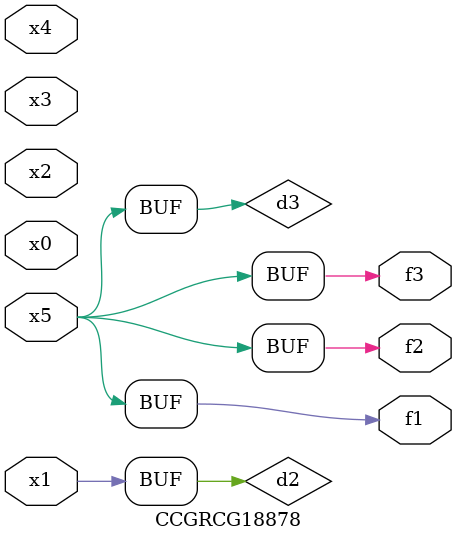
<source format=v>
module CCGRCG18878(
	input x0, x1, x2, x3, x4, x5,
	output f1, f2, f3
);

	wire d1, d2, d3;

	not (d1, x5);
	or (d2, x1);
	xnor (d3, d1);
	assign f1 = d3;
	assign f2 = d3;
	assign f3 = d3;
endmodule

</source>
